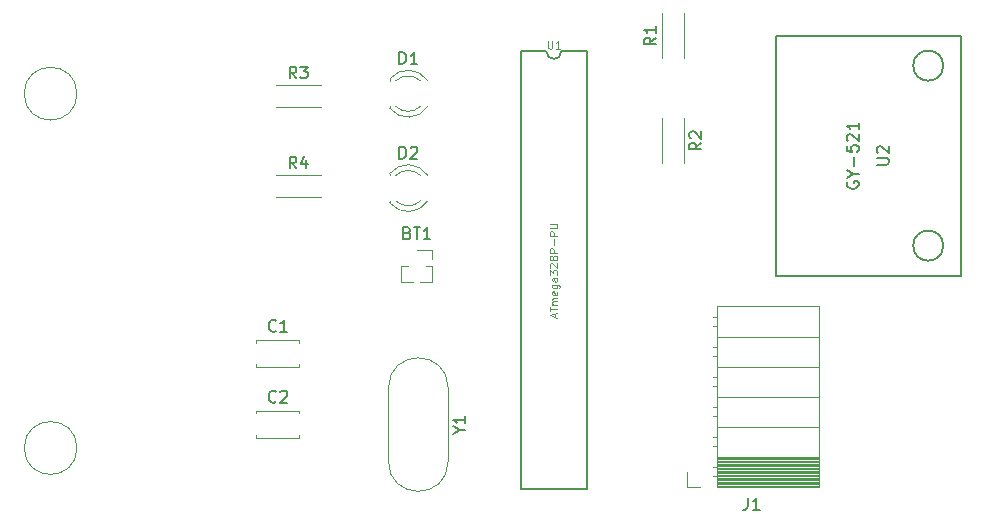
<source format=gbr>
G04 #@! TF.GenerationSoftware,KiCad,Pcbnew,(5.1.2)-1*
G04 #@! TF.CreationDate,2019-05-13T18:55:33+02:00*
G04 #@! TF.ProjectId,Dispositivo_Resp,44697370-6f73-4697-9469-766f5f526573,rev?*
G04 #@! TF.SameCoordinates,Original*
G04 #@! TF.FileFunction,Legend,Top*
G04 #@! TF.FilePolarity,Positive*
%FSLAX46Y46*%
G04 Gerber Fmt 4.6, Leading zero omitted, Abs format (unit mm)*
G04 Created by KiCad (PCBNEW (5.1.2)-1) date 2019-05-13 18:55:33*
%MOMM*%
%LPD*%
G04 APERTURE LIST*
%ADD10C,0.120000*%
%ADD11C,0.127000*%
%ADD12C,0.150000*%
%ADD13C,0.050000*%
G04 APERTURE END LIST*
D10*
X122236068Y-120000000D02*
G75*
G03X122236068Y-120000000I-2236068J0D01*
G01*
X122236068Y-90000000D02*
G75*
G03X122236068Y-90000000I-2236068J0D01*
G01*
X148710000Y-99080000D02*
X148710000Y-99236000D01*
X148710000Y-96764000D02*
X148710000Y-96920000D01*
X151311130Y-99079837D02*
G75*
G02X149229039Y-99080000I-1041130J1079837D01*
G01*
X151311130Y-96920163D02*
G75*
G03X149229039Y-96920000I-1041130J-1079837D01*
G01*
X151942335Y-99078608D02*
G75*
G02X148710000Y-99235516I-1672335J1078608D01*
G01*
X151942335Y-96921392D02*
G75*
G03X148710000Y-96764484I-1672335J-1078608D01*
G01*
X148710000Y-91080000D02*
X148710000Y-91236000D01*
X148710000Y-88764000D02*
X148710000Y-88920000D01*
X151311130Y-91079837D02*
G75*
G02X149229039Y-91080000I-1041130J1079837D01*
G01*
X151311130Y-88920163D02*
G75*
G03X149229039Y-88920000I-1041130J-1079837D01*
G01*
X151942335Y-91078608D02*
G75*
G02X148710000Y-91235516I-1672335J1078608D01*
G01*
X151942335Y-88921392D02*
G75*
G03X148710000Y-88764484I-1672335J-1078608D01*
G01*
X141070000Y-118925000D02*
X141070000Y-119170000D01*
X141070000Y-116830000D02*
X141070000Y-117075000D01*
X137430000Y-118925000D02*
X137430000Y-119170000D01*
X137430000Y-116830000D02*
X137430000Y-117075000D01*
X137430000Y-119170000D02*
X141070000Y-119170000D01*
X137430000Y-116830000D02*
X141070000Y-116830000D01*
X141070000Y-112925000D02*
X141070000Y-113170000D01*
X141070000Y-110830000D02*
X141070000Y-111075000D01*
X137430000Y-112925000D02*
X137430000Y-113170000D01*
X137430000Y-110830000D02*
X137430000Y-111075000D01*
X137430000Y-113170000D02*
X141070000Y-113170000D01*
X137430000Y-110830000D02*
X141070000Y-110830000D01*
X139050000Y-98710000D02*
X142890000Y-98710000D01*
X139050000Y-96870000D02*
X142890000Y-96870000D01*
X139050000Y-91090000D02*
X142890000Y-91090000D01*
X139050000Y-89250000D02*
X142890000Y-89250000D01*
X171800000Y-92060000D02*
X171800000Y-95900000D01*
X173640000Y-92060000D02*
X173640000Y-95900000D01*
X173640000Y-87010000D02*
X173640000Y-83170000D01*
X171800000Y-87010000D02*
X171800000Y-83170000D01*
X185090000Y-123210000D02*
X176460000Y-123210000D01*
X185090000Y-123091905D02*
X176460000Y-123091905D01*
X185090000Y-122973810D02*
X176460000Y-122973810D01*
X185090000Y-122855715D02*
X176460000Y-122855715D01*
X185090000Y-122737620D02*
X176460000Y-122737620D01*
X185090000Y-122619525D02*
X176460000Y-122619525D01*
X185090000Y-122501430D02*
X176460000Y-122501430D01*
X185090000Y-122383335D02*
X176460000Y-122383335D01*
X185090000Y-122265240D02*
X176460000Y-122265240D01*
X185090000Y-122147145D02*
X176460000Y-122147145D01*
X185090000Y-122029050D02*
X176460000Y-122029050D01*
X185090000Y-121910955D02*
X176460000Y-121910955D01*
X185090000Y-121792860D02*
X176460000Y-121792860D01*
X185090000Y-121674765D02*
X176460000Y-121674765D01*
X185090000Y-121556670D02*
X176460000Y-121556670D01*
X185090000Y-121438575D02*
X176460000Y-121438575D01*
X185090000Y-121320480D02*
X176460000Y-121320480D01*
X185090000Y-121202385D02*
X176460000Y-121202385D01*
X185090000Y-121084290D02*
X176460000Y-121084290D01*
X185090000Y-120966195D02*
X176460000Y-120966195D01*
X185090000Y-120848100D02*
X176460000Y-120848100D01*
X176460000Y-122360000D02*
X176110000Y-122360000D01*
X176460000Y-121640000D02*
X176110000Y-121640000D01*
X176460000Y-119820000D02*
X176050000Y-119820000D01*
X176460000Y-119100000D02*
X176050000Y-119100000D01*
X176460000Y-117280000D02*
X176050000Y-117280000D01*
X176460000Y-116560000D02*
X176050000Y-116560000D01*
X176460000Y-114740000D02*
X176050000Y-114740000D01*
X176460000Y-114020000D02*
X176050000Y-114020000D01*
X176460000Y-112200000D02*
X176050000Y-112200000D01*
X176460000Y-111480000D02*
X176050000Y-111480000D01*
X176460000Y-109660000D02*
X176050000Y-109660000D01*
X176460000Y-108940000D02*
X176050000Y-108940000D01*
X185090000Y-120730000D02*
X176460000Y-120730000D01*
X185090000Y-118190000D02*
X176460000Y-118190000D01*
X185090000Y-115650000D02*
X176460000Y-115650000D01*
X185090000Y-113110000D02*
X176460000Y-113110000D01*
X185090000Y-110570000D02*
X176460000Y-110570000D01*
X185090000Y-123330000D02*
X176460000Y-123330000D01*
X176460000Y-123330000D02*
X176460000Y-107970000D01*
X185090000Y-107970000D02*
X176460000Y-107970000D01*
X185090000Y-123330000D02*
X185090000Y-107970000D01*
X173890000Y-123330000D02*
X173890000Y-122000000D01*
X175000000Y-123330000D02*
X173890000Y-123330000D01*
X151000000Y-103240000D02*
X152330000Y-103240000D01*
X152330000Y-103240000D02*
X152330000Y-104000000D01*
X152330000Y-104635000D02*
X152330000Y-105965000D01*
X151307530Y-105965000D02*
X152330000Y-105965000D01*
X149670000Y-105965000D02*
X150692470Y-105965000D01*
X149670000Y-104635000D02*
X149670000Y-105965000D01*
X151760000Y-104635000D02*
X152330000Y-104635000D01*
X149670000Y-104635000D02*
X150240000Y-104635000D01*
D11*
X161975800Y-86423501D02*
X159816800Y-86423501D01*
X163245800Y-86423501D02*
G75*
G02X161975800Y-86423501I-635000J0D01*
G01*
X159816800Y-86423501D02*
X159816800Y-123507501D01*
X165404800Y-86423501D02*
X163245800Y-86423501D01*
X165404800Y-86423501D02*
X165404800Y-123507501D01*
X165404800Y-123507501D02*
X159816800Y-123507501D01*
D12*
X195580000Y-87630000D02*
G75*
G03X195580000Y-87630000I-1270000J0D01*
G01*
X195580000Y-102870000D02*
G75*
G03X195580000Y-102870000I-1270000J0D01*
G01*
X197040500Y-85090000D02*
X197040500Y-105410000D01*
X197040500Y-105410000D02*
X181419500Y-105410000D01*
X181419500Y-105410000D02*
X181419500Y-85090000D01*
X181419500Y-85090000D02*
X197040500Y-85090000D01*
D10*
X153655000Y-114895000D02*
X153655000Y-121145000D01*
X148605000Y-114895000D02*
X148605000Y-121145000D01*
X148605000Y-114895000D02*
G75*
G02X153655000Y-114895000I2525000J0D01*
G01*
X148605000Y-121145000D02*
G75*
G03X153655000Y-121145000I2525000J0D01*
G01*
D12*
X149531904Y-95492380D02*
X149531904Y-94492380D01*
X149770000Y-94492380D01*
X149912857Y-94540000D01*
X150008095Y-94635238D01*
X150055714Y-94730476D01*
X150103333Y-94920952D01*
X150103333Y-95063809D01*
X150055714Y-95254285D01*
X150008095Y-95349523D01*
X149912857Y-95444761D01*
X149770000Y-95492380D01*
X149531904Y-95492380D01*
X150484285Y-94587619D02*
X150531904Y-94540000D01*
X150627142Y-94492380D01*
X150865238Y-94492380D01*
X150960476Y-94540000D01*
X151008095Y-94587619D01*
X151055714Y-94682857D01*
X151055714Y-94778095D01*
X151008095Y-94920952D01*
X150436666Y-95492380D01*
X151055714Y-95492380D01*
X149531904Y-87492380D02*
X149531904Y-86492380D01*
X149770000Y-86492380D01*
X149912857Y-86540000D01*
X150008095Y-86635238D01*
X150055714Y-86730476D01*
X150103333Y-86920952D01*
X150103333Y-87063809D01*
X150055714Y-87254285D01*
X150008095Y-87349523D01*
X149912857Y-87444761D01*
X149770000Y-87492380D01*
X149531904Y-87492380D01*
X151055714Y-87492380D02*
X150484285Y-87492380D01*
X150770000Y-87492380D02*
X150770000Y-86492380D01*
X150674761Y-86635238D01*
X150579523Y-86730476D01*
X150484285Y-86778095D01*
X139083333Y-116057142D02*
X139035714Y-116104761D01*
X138892857Y-116152380D01*
X138797619Y-116152380D01*
X138654761Y-116104761D01*
X138559523Y-116009523D01*
X138511904Y-115914285D01*
X138464285Y-115723809D01*
X138464285Y-115580952D01*
X138511904Y-115390476D01*
X138559523Y-115295238D01*
X138654761Y-115200000D01*
X138797619Y-115152380D01*
X138892857Y-115152380D01*
X139035714Y-115200000D01*
X139083333Y-115247619D01*
X139464285Y-115247619D02*
X139511904Y-115200000D01*
X139607142Y-115152380D01*
X139845238Y-115152380D01*
X139940476Y-115200000D01*
X139988095Y-115247619D01*
X140035714Y-115342857D01*
X140035714Y-115438095D01*
X139988095Y-115580952D01*
X139416666Y-116152380D01*
X140035714Y-116152380D01*
X139083333Y-110057142D02*
X139035714Y-110104761D01*
X138892857Y-110152380D01*
X138797619Y-110152380D01*
X138654761Y-110104761D01*
X138559523Y-110009523D01*
X138511904Y-109914285D01*
X138464285Y-109723809D01*
X138464285Y-109580952D01*
X138511904Y-109390476D01*
X138559523Y-109295238D01*
X138654761Y-109200000D01*
X138797619Y-109152380D01*
X138892857Y-109152380D01*
X139035714Y-109200000D01*
X139083333Y-109247619D01*
X140035714Y-110152380D02*
X139464285Y-110152380D01*
X139750000Y-110152380D02*
X139750000Y-109152380D01*
X139654761Y-109295238D01*
X139559523Y-109390476D01*
X139464285Y-109438095D01*
X140803333Y-96322380D02*
X140470000Y-95846190D01*
X140231904Y-96322380D02*
X140231904Y-95322380D01*
X140612857Y-95322380D01*
X140708095Y-95370000D01*
X140755714Y-95417619D01*
X140803333Y-95512857D01*
X140803333Y-95655714D01*
X140755714Y-95750952D01*
X140708095Y-95798571D01*
X140612857Y-95846190D01*
X140231904Y-95846190D01*
X141660476Y-95655714D02*
X141660476Y-96322380D01*
X141422380Y-95274761D02*
X141184285Y-95989047D01*
X141803333Y-95989047D01*
X140803333Y-88702380D02*
X140470000Y-88226190D01*
X140231904Y-88702380D02*
X140231904Y-87702380D01*
X140612857Y-87702380D01*
X140708095Y-87750000D01*
X140755714Y-87797619D01*
X140803333Y-87892857D01*
X140803333Y-88035714D01*
X140755714Y-88130952D01*
X140708095Y-88178571D01*
X140612857Y-88226190D01*
X140231904Y-88226190D01*
X141136666Y-87702380D02*
X141755714Y-87702380D01*
X141422380Y-88083333D01*
X141565238Y-88083333D01*
X141660476Y-88130952D01*
X141708095Y-88178571D01*
X141755714Y-88273809D01*
X141755714Y-88511904D01*
X141708095Y-88607142D01*
X141660476Y-88654761D01*
X141565238Y-88702380D01*
X141279523Y-88702380D01*
X141184285Y-88654761D01*
X141136666Y-88607142D01*
X175092380Y-94146666D02*
X174616190Y-94480000D01*
X175092380Y-94718095D02*
X174092380Y-94718095D01*
X174092380Y-94337142D01*
X174140000Y-94241904D01*
X174187619Y-94194285D01*
X174282857Y-94146666D01*
X174425714Y-94146666D01*
X174520952Y-94194285D01*
X174568571Y-94241904D01*
X174616190Y-94337142D01*
X174616190Y-94718095D01*
X174187619Y-93765714D02*
X174140000Y-93718095D01*
X174092380Y-93622857D01*
X174092380Y-93384761D01*
X174140000Y-93289523D01*
X174187619Y-93241904D01*
X174282857Y-93194285D01*
X174378095Y-93194285D01*
X174520952Y-93241904D01*
X175092380Y-93813333D01*
X175092380Y-93194285D01*
X171252380Y-85256666D02*
X170776190Y-85590000D01*
X171252380Y-85828095D02*
X170252380Y-85828095D01*
X170252380Y-85447142D01*
X170300000Y-85351904D01*
X170347619Y-85304285D01*
X170442857Y-85256666D01*
X170585714Y-85256666D01*
X170680952Y-85304285D01*
X170728571Y-85351904D01*
X170776190Y-85447142D01*
X170776190Y-85828095D01*
X171252380Y-84304285D02*
X171252380Y-84875714D01*
X171252380Y-84590000D02*
X170252380Y-84590000D01*
X170395238Y-84685238D01*
X170490476Y-84780476D01*
X170538095Y-84875714D01*
X179046666Y-124222380D02*
X179046666Y-124936666D01*
X178999047Y-125079523D01*
X178903809Y-125174761D01*
X178760952Y-125222380D01*
X178665714Y-125222380D01*
X180046666Y-125222380D02*
X179475238Y-125222380D01*
X179760952Y-125222380D02*
X179760952Y-124222380D01*
X179665714Y-124365238D01*
X179570476Y-124460476D01*
X179475238Y-124508095D01*
X150214285Y-101793571D02*
X150357142Y-101841190D01*
X150404761Y-101888809D01*
X150452380Y-101984047D01*
X150452380Y-102126904D01*
X150404761Y-102222142D01*
X150357142Y-102269761D01*
X150261904Y-102317380D01*
X149880952Y-102317380D01*
X149880952Y-101317380D01*
X150214285Y-101317380D01*
X150309523Y-101365000D01*
X150357142Y-101412619D01*
X150404761Y-101507857D01*
X150404761Y-101603095D01*
X150357142Y-101698333D01*
X150309523Y-101745952D01*
X150214285Y-101793571D01*
X149880952Y-101793571D01*
X150738095Y-101317380D02*
X151309523Y-101317380D01*
X151023809Y-102317380D02*
X151023809Y-101317380D01*
X152166666Y-102317380D02*
X151595238Y-102317380D01*
X151880952Y-102317380D02*
X151880952Y-101317380D01*
X151785714Y-101460238D01*
X151690476Y-101555476D01*
X151595238Y-101603095D01*
D13*
X162122770Y-85548729D02*
X162122770Y-86067261D01*
X162153272Y-86128264D01*
X162183774Y-86158766D01*
X162244777Y-86189268D01*
X162366785Y-86189268D01*
X162427788Y-86158766D01*
X162458290Y-86128264D01*
X162488792Y-86067261D01*
X162488792Y-85548729D01*
X163129331Y-86189268D02*
X162763309Y-86189268D01*
X162946320Y-86189268D02*
X162946320Y-85548729D01*
X162885316Y-85640235D01*
X162824313Y-85701238D01*
X162763309Y-85731740D01*
X162717589Y-108931980D02*
X162717589Y-108626866D01*
X162900658Y-108993003D02*
X162259919Y-108779423D01*
X162900658Y-108565843D01*
X162259919Y-108443798D02*
X162259919Y-108077661D01*
X162900658Y-108260730D02*
X162259919Y-108260730D01*
X162900658Y-107864082D02*
X162473498Y-107864082D01*
X162534521Y-107864082D02*
X162504010Y-107833570D01*
X162473498Y-107772548D01*
X162473498Y-107681013D01*
X162504010Y-107619991D01*
X162565032Y-107589479D01*
X162900658Y-107589479D01*
X162565032Y-107589479D02*
X162504010Y-107558968D01*
X162473498Y-107497945D01*
X162473498Y-107406411D01*
X162504010Y-107345388D01*
X162565032Y-107314877D01*
X162900658Y-107314877D01*
X162870146Y-106765672D02*
X162900658Y-106826695D01*
X162900658Y-106948740D01*
X162870146Y-107009763D01*
X162809123Y-107040274D01*
X162565032Y-107040274D01*
X162504010Y-107009763D01*
X162473498Y-106948740D01*
X162473498Y-106826695D01*
X162504010Y-106765672D01*
X162565032Y-106735161D01*
X162626055Y-106735161D01*
X162687078Y-107040274D01*
X162473498Y-106185956D02*
X162992192Y-106185956D01*
X163053215Y-106216467D01*
X163083726Y-106246979D01*
X163114237Y-106308001D01*
X163114237Y-106399535D01*
X163083726Y-106460558D01*
X162870146Y-106185956D02*
X162900658Y-106246979D01*
X162900658Y-106369024D01*
X162870146Y-106430047D01*
X162839635Y-106460558D01*
X162778612Y-106491070D01*
X162595544Y-106491070D01*
X162534521Y-106460558D01*
X162504010Y-106430047D01*
X162473498Y-106369024D01*
X162473498Y-106246979D01*
X162504010Y-106185956D01*
X162900658Y-105606240D02*
X162565032Y-105606240D01*
X162504010Y-105636751D01*
X162473498Y-105697774D01*
X162473498Y-105819819D01*
X162504010Y-105880842D01*
X162870146Y-105606240D02*
X162900658Y-105667262D01*
X162900658Y-105819819D01*
X162870146Y-105880842D01*
X162809123Y-105911353D01*
X162748101Y-105911353D01*
X162687078Y-105880842D01*
X162656567Y-105819819D01*
X162656567Y-105667262D01*
X162626055Y-105606240D01*
X162259919Y-105362148D02*
X162259919Y-104965501D01*
X162504010Y-105179080D01*
X162504010Y-105087546D01*
X162534521Y-105026523D01*
X162565032Y-104996012D01*
X162626055Y-104965501D01*
X162778612Y-104965501D01*
X162839635Y-104996012D01*
X162870146Y-105026523D01*
X162900658Y-105087546D01*
X162900658Y-105270614D01*
X162870146Y-105331637D01*
X162839635Y-105362148D01*
X162320941Y-104721409D02*
X162290430Y-104690898D01*
X162259919Y-104629875D01*
X162259919Y-104477318D01*
X162290430Y-104416296D01*
X162320941Y-104385784D01*
X162381964Y-104355273D01*
X162442987Y-104355273D01*
X162534521Y-104385784D01*
X162900658Y-104751921D01*
X162900658Y-104355273D01*
X162534521Y-103989136D02*
X162504010Y-104050159D01*
X162473498Y-104080670D01*
X162412476Y-104111182D01*
X162381964Y-104111182D01*
X162320941Y-104080670D01*
X162290430Y-104050159D01*
X162259919Y-103989136D01*
X162259919Y-103867091D01*
X162290430Y-103806068D01*
X162320941Y-103775557D01*
X162381964Y-103745045D01*
X162412476Y-103745045D01*
X162473498Y-103775557D01*
X162504010Y-103806068D01*
X162534521Y-103867091D01*
X162534521Y-103989136D01*
X162565032Y-104050159D01*
X162595544Y-104080670D01*
X162656567Y-104111182D01*
X162778612Y-104111182D01*
X162839635Y-104080670D01*
X162870146Y-104050159D01*
X162900658Y-103989136D01*
X162900658Y-103867091D01*
X162870146Y-103806068D01*
X162839635Y-103775557D01*
X162778612Y-103745045D01*
X162656567Y-103745045D01*
X162595544Y-103775557D01*
X162565032Y-103806068D01*
X162534521Y-103867091D01*
X162900658Y-103470443D02*
X162259919Y-103470443D01*
X162259919Y-103226352D01*
X162290430Y-103165329D01*
X162320941Y-103134818D01*
X162381964Y-103104306D01*
X162473498Y-103104306D01*
X162534521Y-103134818D01*
X162565032Y-103165329D01*
X162595544Y-103226352D01*
X162595544Y-103470443D01*
X162656567Y-102829704D02*
X162656567Y-102341522D01*
X162900658Y-102036408D02*
X162259919Y-102036408D01*
X162259919Y-101792317D01*
X162290430Y-101731294D01*
X162320941Y-101700783D01*
X162381964Y-101670271D01*
X162473498Y-101670271D01*
X162534521Y-101700783D01*
X162565032Y-101731294D01*
X162595544Y-101792317D01*
X162595544Y-102036408D01*
X162259919Y-101395669D02*
X162778612Y-101395669D01*
X162839635Y-101365158D01*
X162870146Y-101334646D01*
X162900658Y-101273623D01*
X162900658Y-101151578D01*
X162870146Y-101090555D01*
X162839635Y-101060044D01*
X162778612Y-101029532D01*
X162259919Y-101029532D01*
D12*
X189952380Y-96011904D02*
X190761904Y-96011904D01*
X190857142Y-95964285D01*
X190904761Y-95916666D01*
X190952380Y-95821428D01*
X190952380Y-95630952D01*
X190904761Y-95535714D01*
X190857142Y-95488095D01*
X190761904Y-95440476D01*
X189952380Y-95440476D01*
X190047619Y-95011904D02*
X190000000Y-94964285D01*
X189952380Y-94869047D01*
X189952380Y-94630952D01*
X190000000Y-94535714D01*
X190047619Y-94488095D01*
X190142857Y-94440476D01*
X190238095Y-94440476D01*
X190380952Y-94488095D01*
X190952380Y-95059523D01*
X190952380Y-94440476D01*
X187460000Y-97464285D02*
X187412380Y-97559523D01*
X187412380Y-97702380D01*
X187460000Y-97845238D01*
X187555238Y-97940476D01*
X187650476Y-97988095D01*
X187840952Y-98035714D01*
X187983809Y-98035714D01*
X188174285Y-97988095D01*
X188269523Y-97940476D01*
X188364761Y-97845238D01*
X188412380Y-97702380D01*
X188412380Y-97607142D01*
X188364761Y-97464285D01*
X188317142Y-97416666D01*
X187983809Y-97416666D01*
X187983809Y-97607142D01*
X187936190Y-96797619D02*
X188412380Y-96797619D01*
X187412380Y-97130952D02*
X187936190Y-96797619D01*
X187412380Y-96464285D01*
X188031428Y-96130952D02*
X188031428Y-95369047D01*
X187412380Y-94416666D02*
X187412380Y-94892857D01*
X187888571Y-94940476D01*
X187840952Y-94892857D01*
X187793333Y-94797619D01*
X187793333Y-94559523D01*
X187840952Y-94464285D01*
X187888571Y-94416666D01*
X187983809Y-94369047D01*
X188221904Y-94369047D01*
X188317142Y-94416666D01*
X188364761Y-94464285D01*
X188412380Y-94559523D01*
X188412380Y-94797619D01*
X188364761Y-94892857D01*
X188317142Y-94940476D01*
X187507619Y-93988095D02*
X187460000Y-93940476D01*
X187412380Y-93845238D01*
X187412380Y-93607142D01*
X187460000Y-93511904D01*
X187507619Y-93464285D01*
X187602857Y-93416666D01*
X187698095Y-93416666D01*
X187840952Y-93464285D01*
X188412380Y-94035714D01*
X188412380Y-93416666D01*
X188412380Y-92464285D02*
X188412380Y-93035714D01*
X188412380Y-92750000D02*
X187412380Y-92750000D01*
X187555238Y-92845238D01*
X187650476Y-92940476D01*
X187698095Y-93035714D01*
X154631190Y-118496190D02*
X155107380Y-118496190D01*
X154107380Y-118829523D02*
X154631190Y-118496190D01*
X154107380Y-118162857D01*
X155107380Y-117305714D02*
X155107380Y-117877142D01*
X155107380Y-117591428D02*
X154107380Y-117591428D01*
X154250238Y-117686666D01*
X154345476Y-117781904D01*
X154393095Y-117877142D01*
M02*

</source>
